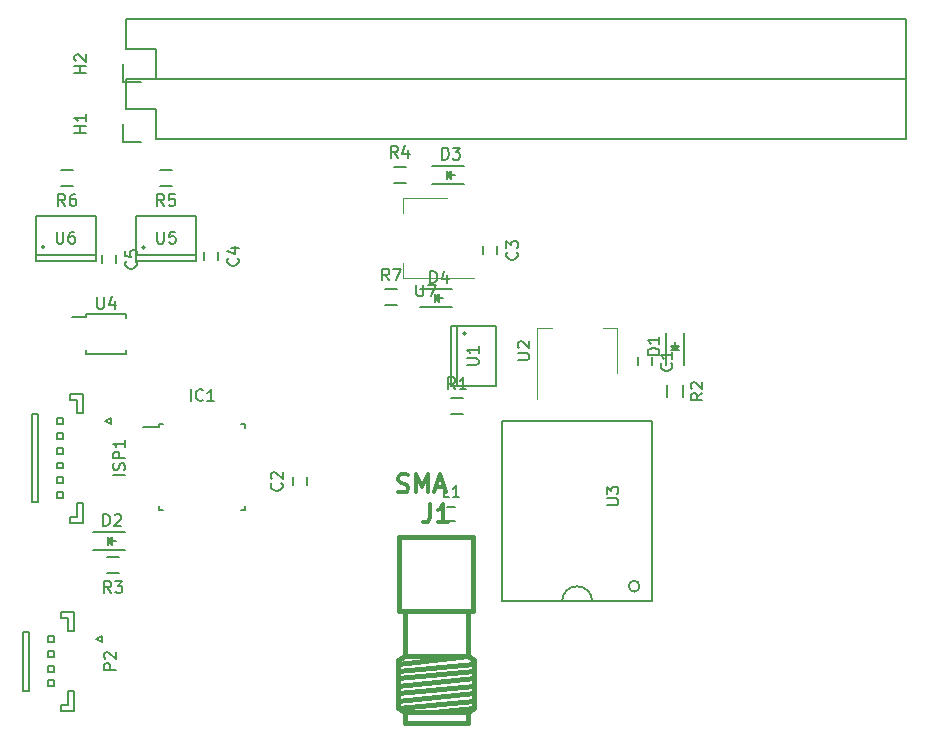
<source format=gbr>
G04 #@! TF.FileFunction,Legend,Top*
%FSLAX46Y46*%
G04 Gerber Fmt 4.6, Leading zero omitted, Abs format (unit mm)*
G04 Created by KiCad (PCBNEW 4.0.4-stable) date 12/09/16 14:35:44*
%MOMM*%
%LPD*%
G01*
G04 APERTURE LIST*
%ADD10C,0.100000*%
%ADD11C,0.150000*%
%ADD12C,0.381000*%
%ADD13C,0.120000*%
%ADD14C,0.304800*%
G04 APERTURE END LIST*
D10*
D11*
X85182000Y-75850000D02*
X85182000Y-76550000D01*
X83982000Y-76550000D02*
X83982000Y-75850000D01*
D12*
X100972620Y-114780060D02*
X100972620Y-115724940D01*
X106291380Y-114780060D02*
X106291380Y-115724940D01*
X106291380Y-106273600D02*
X106291380Y-110053120D01*
X100972620Y-106273600D02*
X100972620Y-110053120D01*
X106824780Y-114465100D02*
X103365300Y-114780060D01*
X100439220Y-110683040D02*
X106291380Y-110053120D01*
X106824780Y-110683040D02*
X100439220Y-111312960D01*
X106824780Y-111312960D02*
X100439220Y-111942880D01*
X106824780Y-111942880D02*
X100439220Y-112572800D01*
X106824780Y-112572800D02*
X100439220Y-113205260D01*
X106824780Y-113205260D02*
X100439220Y-113835180D01*
X106824780Y-113835180D02*
X100439220Y-114465100D01*
X106824780Y-114465100D02*
X106291380Y-114780060D01*
X106291380Y-114780060D02*
X100972620Y-114780060D01*
X100972620Y-114780060D02*
X100439220Y-114465100D01*
X100439220Y-114465100D02*
X100439220Y-110368080D01*
X100439220Y-110368080D02*
X100972620Y-110053120D01*
X100972620Y-110053120D02*
X106291380Y-110053120D01*
X106291380Y-110053120D02*
X106824780Y-110368080D01*
X106824780Y-110368080D02*
X106824780Y-114465100D01*
X100972620Y-115724940D02*
X106291380Y-115724940D01*
X106781600Y-106273600D02*
X100482400Y-106273600D01*
X100482400Y-106273600D02*
X100482400Y-99974400D01*
X100482400Y-99974400D02*
X106781600Y-99974400D01*
X106781600Y-99974400D02*
X106781600Y-106273600D01*
D11*
X120853905Y-104140000D02*
G75*
G03X120853905Y-104140000I-457905J0D01*
G01*
X116840000Y-105410000D02*
G75*
G03X115570000Y-104140000I-1270000J0D01*
G01*
X115570000Y-104140000D02*
G75*
G03X114300000Y-105410000I0J-1270000D01*
G01*
X109220000Y-105410000D02*
X109220000Y-90170000D01*
X109220000Y-90170000D02*
X121920000Y-90170000D01*
X121920000Y-90170000D02*
X121920000Y-105410000D01*
X121920000Y-105410000D02*
X109220000Y-105410000D01*
X68653000Y-107990000D02*
X68653000Y-112990000D01*
X68653000Y-112990000D02*
X69153000Y-112990000D01*
X69153000Y-112990000D02*
X69153000Y-107990000D01*
X69153000Y-107990000D02*
X68653000Y-107990000D01*
X71853000Y-106290000D02*
X72953000Y-106290000D01*
X72953000Y-106290000D02*
X72953000Y-107940000D01*
X72953000Y-107940000D02*
X72453000Y-107940000D01*
X72453000Y-107940000D02*
X72453000Y-106790000D01*
X72453000Y-106790000D02*
X71853000Y-106790000D01*
X71853000Y-106790000D02*
X71853000Y-106290000D01*
X71853000Y-114690000D02*
X72953000Y-114690000D01*
X72953000Y-114690000D02*
X72953000Y-113040000D01*
X72953000Y-113040000D02*
X72453000Y-113040000D01*
X72453000Y-113040000D02*
X72453000Y-114190000D01*
X72453000Y-114190000D02*
X71853000Y-114190000D01*
X71853000Y-114190000D02*
X71853000Y-114690000D01*
X74803000Y-108615000D02*
X75303000Y-108365000D01*
X75303000Y-108365000D02*
X75303000Y-108865000D01*
X75303000Y-108865000D02*
X74803000Y-108615000D01*
X71303000Y-108365000D02*
X70803000Y-108365000D01*
X70803000Y-108365000D02*
X70803000Y-108865000D01*
X70803000Y-108865000D02*
X71303000Y-108865000D01*
X71303000Y-108865000D02*
X71303000Y-108365000D01*
X71303000Y-109615000D02*
X70803000Y-109615000D01*
X70803000Y-109615000D02*
X70803000Y-110115000D01*
X70803000Y-110115000D02*
X71303000Y-110115000D01*
X71303000Y-110115000D02*
X71303000Y-109615000D01*
X71303000Y-110865000D02*
X70803000Y-110865000D01*
X70803000Y-110865000D02*
X70803000Y-111365000D01*
X70803000Y-111365000D02*
X71303000Y-111365000D01*
X71303000Y-111365000D02*
X71303000Y-110865000D01*
X71303000Y-112115000D02*
X70803000Y-112115000D01*
X70803000Y-112115000D02*
X70803000Y-112615000D01*
X70803000Y-112615000D02*
X71303000Y-112615000D01*
X71303000Y-112615000D02*
X71303000Y-112115000D01*
D13*
X100815881Y-71241749D02*
X100815881Y-72501749D01*
X100815881Y-78061749D02*
X100815881Y-76801749D01*
X104575881Y-71241749D02*
X100815881Y-71241749D01*
X106825881Y-78061749D02*
X100815881Y-78061749D01*
D11*
X101050197Y-69992629D02*
X100050197Y-69992629D01*
X100050197Y-68642629D02*
X101050197Y-68642629D01*
X75784000Y-101687000D02*
X76784000Y-101687000D01*
X76784000Y-103037000D02*
X75784000Y-103037000D01*
X102286000Y-80506000D02*
X104986000Y-80506000D01*
X102286000Y-79006000D02*
X104986000Y-79006000D01*
X103786000Y-79906000D02*
X103786000Y-79656000D01*
X103786000Y-79656000D02*
X103636000Y-79806000D01*
X103536000Y-79406000D02*
X103536000Y-80106000D01*
X103886000Y-79756000D02*
X104236000Y-79756000D01*
X103536000Y-79756000D02*
X103886000Y-79406000D01*
X103886000Y-79406000D02*
X103886000Y-80106000D01*
X103886000Y-80106000D02*
X103536000Y-79756000D01*
X103268197Y-70067629D02*
X105968197Y-70067629D01*
X103268197Y-68567629D02*
X105968197Y-68567629D01*
X104768197Y-69467629D02*
X104768197Y-69217629D01*
X104768197Y-69217629D02*
X104618197Y-69367629D01*
X104518197Y-68967629D02*
X104518197Y-69667629D01*
X104868197Y-69317629D02*
X105218197Y-69317629D01*
X104518197Y-69317629D02*
X104868197Y-68967629D01*
X104868197Y-68967629D02*
X104868197Y-69667629D01*
X104868197Y-69667629D02*
X104518197Y-69317629D01*
X74600000Y-101080000D02*
X77300000Y-101080000D01*
X74600000Y-99580000D02*
X77300000Y-99580000D01*
X76100000Y-100480000D02*
X76100000Y-100230000D01*
X76100000Y-100230000D02*
X75950000Y-100380000D01*
X75850000Y-99980000D02*
X75850000Y-100680000D01*
X76200000Y-100330000D02*
X76550000Y-100330000D01*
X75850000Y-100330000D02*
X76200000Y-99980000D01*
X76200000Y-99980000D02*
X76200000Y-100680000D01*
X76200000Y-100680000D02*
X75850000Y-100330000D01*
X124575000Y-85420000D02*
X124575000Y-82720000D01*
X123075000Y-85420000D02*
X123075000Y-82720000D01*
X123975000Y-83920000D02*
X123725000Y-83920000D01*
X123725000Y-83920000D02*
X123875000Y-84070000D01*
X123475000Y-84170000D02*
X124175000Y-84170000D01*
X123825000Y-83820000D02*
X123825000Y-83470000D01*
X123825000Y-84170000D02*
X123475000Y-83820000D01*
X123475000Y-83820000D02*
X124175000Y-83820000D01*
X124175000Y-83820000D02*
X123825000Y-84170000D01*
X100322000Y-80365637D02*
X99322000Y-80365637D01*
X99322000Y-79015637D02*
X100322000Y-79015637D01*
X71890000Y-68921000D02*
X72890000Y-68921000D01*
X72890000Y-70271000D02*
X71890000Y-70271000D01*
X80272000Y-68921000D02*
X81272000Y-68921000D01*
X81272000Y-70271000D02*
X80272000Y-70271000D01*
X123150000Y-88130000D02*
X123150000Y-87130000D01*
X124500000Y-87130000D02*
X124500000Y-88130000D01*
X69415000Y-89545000D02*
X69415000Y-97045000D01*
X69415000Y-97045000D02*
X69915000Y-97045000D01*
X69915000Y-97045000D02*
X69915000Y-89545000D01*
X69915000Y-89545000D02*
X69415000Y-89545000D01*
X72615000Y-87845000D02*
X73715000Y-87845000D01*
X73715000Y-87845000D02*
X73715000Y-89495000D01*
X73715000Y-89495000D02*
X73215000Y-89495000D01*
X73215000Y-89495000D02*
X73215000Y-88345000D01*
X73215000Y-88345000D02*
X72615000Y-88345000D01*
X72615000Y-88345000D02*
X72615000Y-87845000D01*
X72615000Y-98745000D02*
X73715000Y-98745000D01*
X73715000Y-98745000D02*
X73715000Y-97095000D01*
X73715000Y-97095000D02*
X73215000Y-97095000D01*
X73215000Y-97095000D02*
X73215000Y-98245000D01*
X73215000Y-98245000D02*
X72615000Y-98245000D01*
X72615000Y-98245000D02*
X72615000Y-98745000D01*
X75565000Y-90170000D02*
X76065000Y-89920000D01*
X76065000Y-89920000D02*
X76065000Y-90420000D01*
X76065000Y-90420000D02*
X75565000Y-90170000D01*
X72065000Y-89920000D02*
X71565000Y-89920000D01*
X71565000Y-89920000D02*
X71565000Y-90420000D01*
X71565000Y-90420000D02*
X72065000Y-90420000D01*
X72065000Y-90420000D02*
X72065000Y-89920000D01*
X72065000Y-91170000D02*
X71565000Y-91170000D01*
X71565000Y-91170000D02*
X71565000Y-91670000D01*
X71565000Y-91670000D02*
X72065000Y-91670000D01*
X72065000Y-91670000D02*
X72065000Y-91170000D01*
X72065000Y-92420000D02*
X71565000Y-92420000D01*
X71565000Y-92420000D02*
X71565000Y-92920000D01*
X71565000Y-92920000D02*
X72065000Y-92920000D01*
X72065000Y-92920000D02*
X72065000Y-92420000D01*
X72065000Y-93670000D02*
X71565000Y-93670000D01*
X71565000Y-93670000D02*
X71565000Y-94170000D01*
X71565000Y-94170000D02*
X72065000Y-94170000D01*
X72065000Y-94170000D02*
X72065000Y-93670000D01*
X72065000Y-94920000D02*
X71565000Y-94920000D01*
X71565000Y-94920000D02*
X71565000Y-95420000D01*
X71565000Y-95420000D02*
X72065000Y-95420000D01*
X72065000Y-95420000D02*
X72065000Y-94920000D01*
X72065000Y-96170000D02*
X71565000Y-96170000D01*
X71565000Y-96170000D02*
X71565000Y-96670000D01*
X71565000Y-96670000D02*
X72065000Y-96670000D01*
X72065000Y-96670000D02*
X72065000Y-96170000D01*
X70485000Y-75438000D02*
G75*
G03X70485000Y-75438000I-127000J0D01*
G01*
X69723000Y-76073000D02*
X74803000Y-76073000D01*
X69723000Y-72771000D02*
X74803000Y-72771000D01*
X69723000Y-76581000D02*
X74803000Y-76581000D01*
X69723000Y-76581000D02*
X69723000Y-72771000D01*
X74803000Y-76581000D02*
X74803000Y-72771000D01*
X78994000Y-75438000D02*
G75*
G03X78994000Y-75438000I-127000J0D01*
G01*
X78232000Y-76073000D02*
X83312000Y-76073000D01*
X78232000Y-72771000D02*
X83312000Y-72771000D01*
X78232000Y-76581000D02*
X83312000Y-76581000D01*
X78232000Y-76581000D02*
X78232000Y-72771000D01*
X83312000Y-76581000D02*
X83312000Y-72771000D01*
D13*
X118980000Y-82291000D02*
X117720000Y-82291000D01*
X112160000Y-82291000D02*
X113420000Y-82291000D01*
X118980000Y-86051000D02*
X118980000Y-82291000D01*
X112160000Y-88301000D02*
X112160000Y-82291000D01*
D11*
X106130822Y-82742596D02*
G75*
G03X106130822Y-82742596I-127000J0D01*
G01*
X105368822Y-82107596D02*
X105368822Y-87187596D01*
X108670822Y-82107596D02*
X108670822Y-87187596D01*
X104860822Y-82107596D02*
X104860822Y-87187596D01*
X104860822Y-82107596D02*
X108670822Y-82107596D01*
X104860822Y-87187596D02*
X108670822Y-87187596D01*
X105910000Y-89575000D02*
X104910000Y-89575000D01*
X104910000Y-88225000D02*
X105910000Y-88225000D01*
X77380000Y-56100000D02*
X143420000Y-56100000D01*
X143420000Y-61180000D02*
X79920000Y-61180000D01*
X143420000Y-56100000D02*
X143420000Y-61180000D01*
X77380000Y-56100000D02*
X77380000Y-58640000D01*
X77100000Y-59910000D02*
X77100000Y-61460000D01*
X77380000Y-58640000D02*
X79920000Y-58640000D01*
X79920000Y-58640000D02*
X79920000Y-61180000D01*
X77100000Y-61460000D02*
X78650000Y-61460000D01*
X80195000Y-90425000D02*
X80195000Y-90650000D01*
X87445000Y-90425000D02*
X87445000Y-90750000D01*
X87445000Y-97675000D02*
X87445000Y-97350000D01*
X80195000Y-97675000D02*
X80195000Y-97350000D01*
X80195000Y-90425000D02*
X80520000Y-90425000D01*
X80195000Y-97675000D02*
X80520000Y-97675000D01*
X87445000Y-97675000D02*
X87120000Y-97675000D01*
X87445000Y-90425000D02*
X87120000Y-90425000D01*
X80195000Y-90650000D02*
X78770000Y-90650000D01*
X74017000Y-81129000D02*
X74017000Y-81354000D01*
X77367000Y-81129000D02*
X77367000Y-81429000D01*
X77367000Y-84479000D02*
X77367000Y-84179000D01*
X74017000Y-84479000D02*
X74017000Y-84179000D01*
X74017000Y-81129000D02*
X77367000Y-81129000D01*
X74017000Y-84479000D02*
X77367000Y-84479000D01*
X74017000Y-81354000D02*
X72792000Y-81354000D01*
X77380000Y-61180000D02*
X143420000Y-61180000D01*
X143420000Y-66260000D02*
X79920000Y-66260000D01*
X143420000Y-61180000D02*
X143420000Y-66260000D01*
X77380000Y-61180000D02*
X77380000Y-63720000D01*
X77100000Y-64990000D02*
X77100000Y-66540000D01*
X77380000Y-63720000D02*
X79920000Y-63720000D01*
X79920000Y-63720000D02*
X79920000Y-66260000D01*
X77100000Y-66540000D02*
X78650000Y-66540000D01*
X76546000Y-76104000D02*
X76546000Y-76804000D01*
X75346000Y-76804000D02*
X75346000Y-76104000D01*
X121885000Y-84740000D02*
X121885000Y-85440000D01*
X120685000Y-85440000D02*
X120685000Y-84740000D01*
X91475000Y-95600000D02*
X91475000Y-94900000D01*
X92675000Y-94900000D02*
X92675000Y-95600000D01*
X108804000Y-75342000D02*
X108804000Y-76042000D01*
X107604000Y-76042000D02*
X107604000Y-75342000D01*
X104552000Y-97444000D02*
X105252000Y-97444000D01*
X105252000Y-98644000D02*
X104552000Y-98644000D01*
X86839143Y-76366666D02*
X86886762Y-76414285D01*
X86934381Y-76557142D01*
X86934381Y-76652380D01*
X86886762Y-76795238D01*
X86791524Y-76890476D01*
X86696286Y-76938095D01*
X86505810Y-76985714D01*
X86362952Y-76985714D01*
X86172476Y-76938095D01*
X86077238Y-76890476D01*
X85982000Y-76795238D01*
X85934381Y-76652380D01*
X85934381Y-76557142D01*
X85982000Y-76414285D01*
X86029619Y-76366666D01*
X86267714Y-75509523D02*
X86934381Y-75509523D01*
X85886762Y-75747619D02*
X86601048Y-75985714D01*
X86601048Y-75366666D01*
D14*
X103124000Y-97209429D02*
X103124000Y-98298000D01*
X103051428Y-98515714D01*
X102906285Y-98660857D01*
X102688571Y-98733429D01*
X102543428Y-98733429D01*
X104648000Y-98733429D02*
X103777143Y-98733429D01*
X104212571Y-98733429D02*
X104212571Y-97209429D01*
X104067428Y-97427143D01*
X103922286Y-97572286D01*
X103777143Y-97644857D01*
X100402572Y-96120857D02*
X100620286Y-96193429D01*
X100983143Y-96193429D01*
X101128286Y-96120857D01*
X101200857Y-96048286D01*
X101273429Y-95903143D01*
X101273429Y-95758000D01*
X101200857Y-95612857D01*
X101128286Y-95540286D01*
X100983143Y-95467714D01*
X100692857Y-95395143D01*
X100547715Y-95322571D01*
X100475143Y-95250000D01*
X100402572Y-95104857D01*
X100402572Y-94959714D01*
X100475143Y-94814571D01*
X100547715Y-94742000D01*
X100692857Y-94669429D01*
X101055715Y-94669429D01*
X101273429Y-94742000D01*
X101926572Y-96193429D02*
X101926572Y-94669429D01*
X102434572Y-95758000D01*
X102942572Y-94669429D01*
X102942572Y-96193429D01*
X103595715Y-95758000D02*
X104321429Y-95758000D01*
X103450572Y-96193429D02*
X103958572Y-94669429D01*
X104466572Y-96193429D01*
D11*
X118062381Y-97281905D02*
X118871905Y-97281905D01*
X118967143Y-97234286D01*
X119014762Y-97186667D01*
X119062381Y-97091429D01*
X119062381Y-96900952D01*
X119014762Y-96805714D01*
X118967143Y-96758095D01*
X118871905Y-96710476D01*
X118062381Y-96710476D01*
X118062381Y-96329524D02*
X118062381Y-95710476D01*
X118443333Y-96043810D01*
X118443333Y-95900952D01*
X118490952Y-95805714D01*
X118538571Y-95758095D01*
X118633810Y-95710476D01*
X118871905Y-95710476D01*
X118967143Y-95758095D01*
X119014762Y-95805714D01*
X119062381Y-95900952D01*
X119062381Y-96186667D01*
X119014762Y-96281905D01*
X118967143Y-96329524D01*
X76505381Y-111228095D02*
X75505381Y-111228095D01*
X75505381Y-110847142D01*
X75553000Y-110751904D01*
X75600619Y-110704285D01*
X75695857Y-110656666D01*
X75838714Y-110656666D01*
X75933952Y-110704285D01*
X75981571Y-110751904D01*
X76029190Y-110847142D01*
X76029190Y-111228095D01*
X75600619Y-110275714D02*
X75553000Y-110228095D01*
X75505381Y-110132857D01*
X75505381Y-109894761D01*
X75553000Y-109799523D01*
X75600619Y-109751904D01*
X75695857Y-109704285D01*
X75791095Y-109704285D01*
X75933952Y-109751904D01*
X76505381Y-110323333D01*
X76505381Y-109704285D01*
X101963976Y-78604130D02*
X101963976Y-79413654D01*
X102011595Y-79508892D01*
X102059214Y-79556511D01*
X102154452Y-79604130D01*
X102344929Y-79604130D01*
X102440167Y-79556511D01*
X102487786Y-79508892D01*
X102535405Y-79413654D01*
X102535405Y-78604130D01*
X102916357Y-78604130D02*
X103583024Y-78604130D01*
X103154452Y-79604130D01*
X100383531Y-67870010D02*
X100050197Y-67393819D01*
X99812102Y-67870010D02*
X99812102Y-66870010D01*
X100193055Y-66870010D01*
X100288293Y-66917629D01*
X100335912Y-66965248D01*
X100383531Y-67060486D01*
X100383531Y-67203343D01*
X100335912Y-67298581D01*
X100288293Y-67346200D01*
X100193055Y-67393819D01*
X99812102Y-67393819D01*
X101240674Y-67203343D02*
X101240674Y-67870010D01*
X101002578Y-66822391D02*
X100764483Y-67536677D01*
X101383531Y-67536677D01*
X76117334Y-104714381D02*
X75784000Y-104238190D01*
X75545905Y-104714381D02*
X75545905Y-103714381D01*
X75926858Y-103714381D01*
X76022096Y-103762000D01*
X76069715Y-103809619D01*
X76117334Y-103904857D01*
X76117334Y-104047714D01*
X76069715Y-104142952D01*
X76022096Y-104190571D01*
X75926858Y-104238190D01*
X75545905Y-104238190D01*
X76450667Y-103714381D02*
X77069715Y-103714381D01*
X76736381Y-104095333D01*
X76879239Y-104095333D01*
X76974477Y-104142952D01*
X77022096Y-104190571D01*
X77069715Y-104285810D01*
X77069715Y-104523905D01*
X77022096Y-104619143D01*
X76974477Y-104666762D01*
X76879239Y-104714381D01*
X76593524Y-104714381D01*
X76498286Y-104666762D01*
X76450667Y-104619143D01*
X103147905Y-78458381D02*
X103147905Y-77458381D01*
X103386000Y-77458381D01*
X103528858Y-77506000D01*
X103624096Y-77601238D01*
X103671715Y-77696476D01*
X103719334Y-77886952D01*
X103719334Y-78029810D01*
X103671715Y-78220286D01*
X103624096Y-78315524D01*
X103528858Y-78410762D01*
X103386000Y-78458381D01*
X103147905Y-78458381D01*
X104576477Y-77791714D02*
X104576477Y-78458381D01*
X104338381Y-77410762D02*
X104100286Y-78125048D01*
X104719334Y-78125048D01*
X104130102Y-68020010D02*
X104130102Y-67020010D01*
X104368197Y-67020010D01*
X104511055Y-67067629D01*
X104606293Y-67162867D01*
X104653912Y-67258105D01*
X104701531Y-67448581D01*
X104701531Y-67591439D01*
X104653912Y-67781915D01*
X104606293Y-67877153D01*
X104511055Y-67972391D01*
X104368197Y-68020010D01*
X104130102Y-68020010D01*
X105034864Y-67020010D02*
X105653912Y-67020010D01*
X105320578Y-67400962D01*
X105463436Y-67400962D01*
X105558674Y-67448581D01*
X105606293Y-67496200D01*
X105653912Y-67591439D01*
X105653912Y-67829534D01*
X105606293Y-67924772D01*
X105558674Y-67972391D01*
X105463436Y-68020010D01*
X105177721Y-68020010D01*
X105082483Y-67972391D01*
X105034864Y-67924772D01*
X75461905Y-99032381D02*
X75461905Y-98032381D01*
X75700000Y-98032381D01*
X75842858Y-98080000D01*
X75938096Y-98175238D01*
X75985715Y-98270476D01*
X76033334Y-98460952D01*
X76033334Y-98603810D01*
X75985715Y-98794286D01*
X75938096Y-98889524D01*
X75842858Y-98984762D01*
X75700000Y-99032381D01*
X75461905Y-99032381D01*
X76414286Y-98127619D02*
X76461905Y-98080000D01*
X76557143Y-98032381D01*
X76795239Y-98032381D01*
X76890477Y-98080000D01*
X76938096Y-98127619D01*
X76985715Y-98222857D01*
X76985715Y-98318095D01*
X76938096Y-98460952D01*
X76366667Y-99032381D01*
X76985715Y-99032381D01*
X122527381Y-84558095D02*
X121527381Y-84558095D01*
X121527381Y-84320000D01*
X121575000Y-84177142D01*
X121670238Y-84081904D01*
X121765476Y-84034285D01*
X121955952Y-83986666D01*
X122098810Y-83986666D01*
X122289286Y-84034285D01*
X122384524Y-84081904D01*
X122479762Y-84177142D01*
X122527381Y-84320000D01*
X122527381Y-84558095D01*
X122527381Y-83034285D02*
X122527381Y-83605714D01*
X122527381Y-83320000D02*
X121527381Y-83320000D01*
X121670238Y-83415238D01*
X121765476Y-83510476D01*
X121813095Y-83605714D01*
X99655334Y-78243018D02*
X99322000Y-77766827D01*
X99083905Y-78243018D02*
X99083905Y-77243018D01*
X99464858Y-77243018D01*
X99560096Y-77290637D01*
X99607715Y-77338256D01*
X99655334Y-77433494D01*
X99655334Y-77576351D01*
X99607715Y-77671589D01*
X99560096Y-77719208D01*
X99464858Y-77766827D01*
X99083905Y-77766827D01*
X99988667Y-77243018D02*
X100655334Y-77243018D01*
X100226762Y-78243018D01*
X72223334Y-71948381D02*
X71890000Y-71472190D01*
X71651905Y-71948381D02*
X71651905Y-70948381D01*
X72032858Y-70948381D01*
X72128096Y-70996000D01*
X72175715Y-71043619D01*
X72223334Y-71138857D01*
X72223334Y-71281714D01*
X72175715Y-71376952D01*
X72128096Y-71424571D01*
X72032858Y-71472190D01*
X71651905Y-71472190D01*
X73080477Y-70948381D02*
X72890000Y-70948381D01*
X72794762Y-70996000D01*
X72747143Y-71043619D01*
X72651905Y-71186476D01*
X72604286Y-71376952D01*
X72604286Y-71757905D01*
X72651905Y-71853143D01*
X72699524Y-71900762D01*
X72794762Y-71948381D01*
X72985239Y-71948381D01*
X73080477Y-71900762D01*
X73128096Y-71853143D01*
X73175715Y-71757905D01*
X73175715Y-71519810D01*
X73128096Y-71424571D01*
X73080477Y-71376952D01*
X72985239Y-71329333D01*
X72794762Y-71329333D01*
X72699524Y-71376952D01*
X72651905Y-71424571D01*
X72604286Y-71519810D01*
X80605334Y-71948381D02*
X80272000Y-71472190D01*
X80033905Y-71948381D02*
X80033905Y-70948381D01*
X80414858Y-70948381D01*
X80510096Y-70996000D01*
X80557715Y-71043619D01*
X80605334Y-71138857D01*
X80605334Y-71281714D01*
X80557715Y-71376952D01*
X80510096Y-71424571D01*
X80414858Y-71472190D01*
X80033905Y-71472190D01*
X81510096Y-70948381D02*
X81033905Y-70948381D01*
X80986286Y-71424571D01*
X81033905Y-71376952D01*
X81129143Y-71329333D01*
X81367239Y-71329333D01*
X81462477Y-71376952D01*
X81510096Y-71424571D01*
X81557715Y-71519810D01*
X81557715Y-71757905D01*
X81510096Y-71853143D01*
X81462477Y-71900762D01*
X81367239Y-71948381D01*
X81129143Y-71948381D01*
X81033905Y-71900762D01*
X80986286Y-71853143D01*
X126177381Y-87796666D02*
X125701190Y-88130000D01*
X126177381Y-88368095D02*
X125177381Y-88368095D01*
X125177381Y-87987142D01*
X125225000Y-87891904D01*
X125272619Y-87844285D01*
X125367857Y-87796666D01*
X125510714Y-87796666D01*
X125605952Y-87844285D01*
X125653571Y-87891904D01*
X125701190Y-87987142D01*
X125701190Y-88368095D01*
X125272619Y-87415714D02*
X125225000Y-87368095D01*
X125177381Y-87272857D01*
X125177381Y-87034761D01*
X125225000Y-86939523D01*
X125272619Y-86891904D01*
X125367857Y-86844285D01*
X125463095Y-86844285D01*
X125605952Y-86891904D01*
X126177381Y-87463333D01*
X126177381Y-86844285D01*
X77267381Y-94747381D02*
X76267381Y-94747381D01*
X77219762Y-94318810D02*
X77267381Y-94175953D01*
X77267381Y-93937857D01*
X77219762Y-93842619D01*
X77172143Y-93795000D01*
X77076905Y-93747381D01*
X76981667Y-93747381D01*
X76886429Y-93795000D01*
X76838810Y-93842619D01*
X76791190Y-93937857D01*
X76743571Y-94128334D01*
X76695952Y-94223572D01*
X76648333Y-94271191D01*
X76553095Y-94318810D01*
X76457857Y-94318810D01*
X76362619Y-94271191D01*
X76315000Y-94223572D01*
X76267381Y-94128334D01*
X76267381Y-93890238D01*
X76315000Y-93747381D01*
X77267381Y-93318810D02*
X76267381Y-93318810D01*
X76267381Y-92937857D01*
X76315000Y-92842619D01*
X76362619Y-92795000D01*
X76457857Y-92747381D01*
X76600714Y-92747381D01*
X76695952Y-92795000D01*
X76743571Y-92842619D01*
X76791190Y-92937857D01*
X76791190Y-93318810D01*
X77267381Y-91795000D02*
X77267381Y-92366429D01*
X77267381Y-92080715D02*
X76267381Y-92080715D01*
X76410238Y-92175953D01*
X76505476Y-92271191D01*
X76553095Y-92366429D01*
X71501095Y-74128381D02*
X71501095Y-74937905D01*
X71548714Y-75033143D01*
X71596333Y-75080762D01*
X71691571Y-75128381D01*
X71882048Y-75128381D01*
X71977286Y-75080762D01*
X72024905Y-75033143D01*
X72072524Y-74937905D01*
X72072524Y-74128381D01*
X72977286Y-74128381D02*
X72786809Y-74128381D01*
X72691571Y-74176000D01*
X72643952Y-74223619D01*
X72548714Y-74366476D01*
X72501095Y-74556952D01*
X72501095Y-74937905D01*
X72548714Y-75033143D01*
X72596333Y-75080762D01*
X72691571Y-75128381D01*
X72882048Y-75128381D01*
X72977286Y-75080762D01*
X73024905Y-75033143D01*
X73072524Y-74937905D01*
X73072524Y-74699810D01*
X73024905Y-74604571D01*
X72977286Y-74556952D01*
X72882048Y-74509333D01*
X72691571Y-74509333D01*
X72596333Y-74556952D01*
X72548714Y-74604571D01*
X72501095Y-74699810D01*
X80010095Y-74128381D02*
X80010095Y-74937905D01*
X80057714Y-75033143D01*
X80105333Y-75080762D01*
X80200571Y-75128381D01*
X80391048Y-75128381D01*
X80486286Y-75080762D01*
X80533905Y-75033143D01*
X80581524Y-74937905D01*
X80581524Y-74128381D01*
X81533905Y-74128381D02*
X81057714Y-74128381D01*
X81010095Y-74604571D01*
X81057714Y-74556952D01*
X81152952Y-74509333D01*
X81391048Y-74509333D01*
X81486286Y-74556952D01*
X81533905Y-74604571D01*
X81581524Y-74699810D01*
X81581524Y-74937905D01*
X81533905Y-75033143D01*
X81486286Y-75080762D01*
X81391048Y-75128381D01*
X81152952Y-75128381D01*
X81057714Y-75080762D01*
X81010095Y-75033143D01*
X110522381Y-84962905D02*
X111331905Y-84962905D01*
X111427143Y-84915286D01*
X111474762Y-84867667D01*
X111522381Y-84772429D01*
X111522381Y-84581952D01*
X111474762Y-84486714D01*
X111427143Y-84439095D01*
X111331905Y-84391476D01*
X110522381Y-84391476D01*
X110617619Y-83962905D02*
X110570000Y-83915286D01*
X110522381Y-83820048D01*
X110522381Y-83581952D01*
X110570000Y-83486714D01*
X110617619Y-83439095D01*
X110712857Y-83391476D01*
X110808095Y-83391476D01*
X110950952Y-83439095D01*
X111522381Y-84010524D01*
X111522381Y-83391476D01*
X106218203Y-85409501D02*
X107027727Y-85409501D01*
X107122965Y-85361882D01*
X107170584Y-85314263D01*
X107218203Y-85219025D01*
X107218203Y-85028548D01*
X107170584Y-84933310D01*
X107122965Y-84885691D01*
X107027727Y-84838072D01*
X106218203Y-84838072D01*
X107218203Y-83838072D02*
X107218203Y-84409501D01*
X107218203Y-84123787D02*
X106218203Y-84123787D01*
X106361060Y-84219025D01*
X106456298Y-84314263D01*
X106503917Y-84409501D01*
X105243334Y-87452381D02*
X104910000Y-86976190D01*
X104671905Y-87452381D02*
X104671905Y-86452381D01*
X105052858Y-86452381D01*
X105148096Y-86500000D01*
X105195715Y-86547619D01*
X105243334Y-86642857D01*
X105243334Y-86785714D01*
X105195715Y-86880952D01*
X105148096Y-86928571D01*
X105052858Y-86976190D01*
X104671905Y-86976190D01*
X106195715Y-87452381D02*
X105624286Y-87452381D01*
X105910000Y-87452381D02*
X105910000Y-86452381D01*
X105814762Y-86595238D01*
X105719524Y-86690476D01*
X105624286Y-86738095D01*
X74002381Y-60671905D02*
X73002381Y-60671905D01*
X73478571Y-60671905D02*
X73478571Y-60100476D01*
X74002381Y-60100476D02*
X73002381Y-60100476D01*
X73097619Y-59671905D02*
X73050000Y-59624286D01*
X73002381Y-59529048D01*
X73002381Y-59290952D01*
X73050000Y-59195714D01*
X73097619Y-59148095D01*
X73192857Y-59100476D01*
X73288095Y-59100476D01*
X73430952Y-59148095D01*
X74002381Y-59719524D01*
X74002381Y-59100476D01*
X82843810Y-88452381D02*
X82843810Y-87452381D01*
X83891429Y-88357143D02*
X83843810Y-88404762D01*
X83700953Y-88452381D01*
X83605715Y-88452381D01*
X83462857Y-88404762D01*
X83367619Y-88309524D01*
X83320000Y-88214286D01*
X83272381Y-88023810D01*
X83272381Y-87880952D01*
X83320000Y-87690476D01*
X83367619Y-87595238D01*
X83462857Y-87500000D01*
X83605715Y-87452381D01*
X83700953Y-87452381D01*
X83843810Y-87500000D01*
X83891429Y-87547619D01*
X84843810Y-88452381D02*
X84272381Y-88452381D01*
X84558095Y-88452381D02*
X84558095Y-87452381D01*
X84462857Y-87595238D01*
X84367619Y-87690476D01*
X84272381Y-87738095D01*
X74930095Y-79656381D02*
X74930095Y-80465905D01*
X74977714Y-80561143D01*
X75025333Y-80608762D01*
X75120571Y-80656381D01*
X75311048Y-80656381D01*
X75406286Y-80608762D01*
X75453905Y-80561143D01*
X75501524Y-80465905D01*
X75501524Y-79656381D01*
X76406286Y-79989714D02*
X76406286Y-80656381D01*
X76168190Y-79608762D02*
X75930095Y-80323048D01*
X76549143Y-80323048D01*
X74002381Y-65751905D02*
X73002381Y-65751905D01*
X73478571Y-65751905D02*
X73478571Y-65180476D01*
X74002381Y-65180476D02*
X73002381Y-65180476D01*
X74002381Y-64180476D02*
X74002381Y-64751905D01*
X74002381Y-64466191D02*
X73002381Y-64466191D01*
X73145238Y-64561429D01*
X73240476Y-64656667D01*
X73288095Y-64751905D01*
X78203143Y-76620666D02*
X78250762Y-76668285D01*
X78298381Y-76811142D01*
X78298381Y-76906380D01*
X78250762Y-77049238D01*
X78155524Y-77144476D01*
X78060286Y-77192095D01*
X77869810Y-77239714D01*
X77726952Y-77239714D01*
X77536476Y-77192095D01*
X77441238Y-77144476D01*
X77346000Y-77049238D01*
X77298381Y-76906380D01*
X77298381Y-76811142D01*
X77346000Y-76668285D01*
X77393619Y-76620666D01*
X77298381Y-75715904D02*
X77298381Y-76192095D01*
X77774571Y-76239714D01*
X77726952Y-76192095D01*
X77679333Y-76096857D01*
X77679333Y-75858761D01*
X77726952Y-75763523D01*
X77774571Y-75715904D01*
X77869810Y-75668285D01*
X78107905Y-75668285D01*
X78203143Y-75715904D01*
X78250762Y-75763523D01*
X78298381Y-75858761D01*
X78298381Y-76096857D01*
X78250762Y-76192095D01*
X78203143Y-76239714D01*
X123542143Y-85256666D02*
X123589762Y-85304285D01*
X123637381Y-85447142D01*
X123637381Y-85542380D01*
X123589762Y-85685238D01*
X123494524Y-85780476D01*
X123399286Y-85828095D01*
X123208810Y-85875714D01*
X123065952Y-85875714D01*
X122875476Y-85828095D01*
X122780238Y-85780476D01*
X122685000Y-85685238D01*
X122637381Y-85542380D01*
X122637381Y-85447142D01*
X122685000Y-85304285D01*
X122732619Y-85256666D01*
X123637381Y-84304285D02*
X123637381Y-84875714D01*
X123637381Y-84590000D02*
X122637381Y-84590000D01*
X122780238Y-84685238D01*
X122875476Y-84780476D01*
X122923095Y-84875714D01*
X90532143Y-95416666D02*
X90579762Y-95464285D01*
X90627381Y-95607142D01*
X90627381Y-95702380D01*
X90579762Y-95845238D01*
X90484524Y-95940476D01*
X90389286Y-95988095D01*
X90198810Y-96035714D01*
X90055952Y-96035714D01*
X89865476Y-95988095D01*
X89770238Y-95940476D01*
X89675000Y-95845238D01*
X89627381Y-95702380D01*
X89627381Y-95607142D01*
X89675000Y-95464285D01*
X89722619Y-95416666D01*
X89722619Y-95035714D02*
X89675000Y-94988095D01*
X89627381Y-94892857D01*
X89627381Y-94654761D01*
X89675000Y-94559523D01*
X89722619Y-94511904D01*
X89817857Y-94464285D01*
X89913095Y-94464285D01*
X90055952Y-94511904D01*
X90627381Y-95083333D01*
X90627381Y-94464285D01*
X110461143Y-75858666D02*
X110508762Y-75906285D01*
X110556381Y-76049142D01*
X110556381Y-76144380D01*
X110508762Y-76287238D01*
X110413524Y-76382476D01*
X110318286Y-76430095D01*
X110127810Y-76477714D01*
X109984952Y-76477714D01*
X109794476Y-76430095D01*
X109699238Y-76382476D01*
X109604000Y-76287238D01*
X109556381Y-76144380D01*
X109556381Y-76049142D01*
X109604000Y-75906285D01*
X109651619Y-75858666D01*
X109556381Y-75525333D02*
X109556381Y-74906285D01*
X109937333Y-75239619D01*
X109937333Y-75096761D01*
X109984952Y-75001523D01*
X110032571Y-74953904D01*
X110127810Y-74906285D01*
X110365905Y-74906285D01*
X110461143Y-74953904D01*
X110508762Y-75001523D01*
X110556381Y-75096761D01*
X110556381Y-75382476D01*
X110508762Y-75477714D01*
X110461143Y-75525333D01*
X104735334Y-96596381D02*
X104259143Y-96596381D01*
X104259143Y-95596381D01*
X105592477Y-96596381D02*
X105021048Y-96596381D01*
X105306762Y-96596381D02*
X105306762Y-95596381D01*
X105211524Y-95739238D01*
X105116286Y-95834476D01*
X105021048Y-95882095D01*
M02*

</source>
